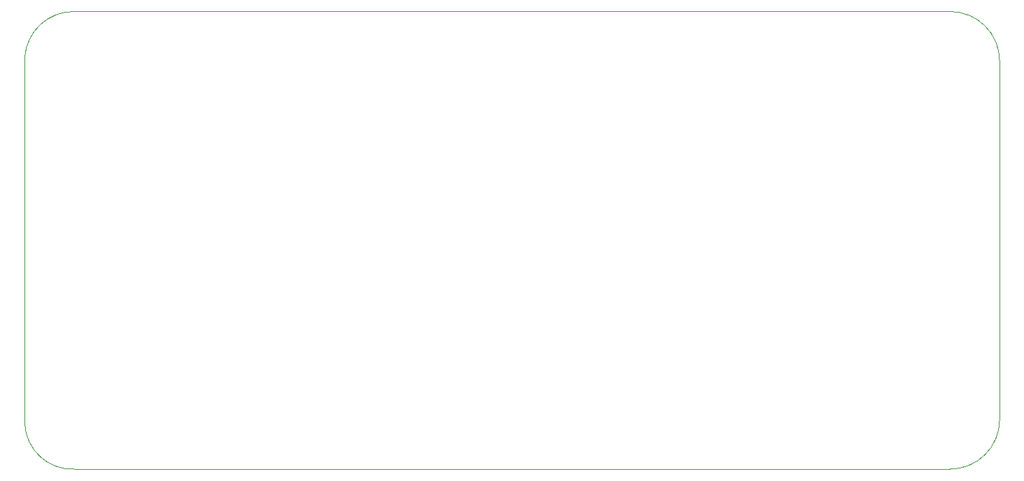
<source format=gbr>
%TF.GenerationSoftware,KiCad,Pcbnew,9.0.0*%
%TF.CreationDate,2025-03-02T18:11:33+05:30*%
%TF.ProjectId,PWM Interface Board to C2000 MCU,50574d20-496e-4746-9572-666163652042,rev?*%
%TF.SameCoordinates,Original*%
%TF.FileFunction,Profile,NP*%
%FSLAX46Y46*%
G04 Gerber Fmt 4.6, Leading zero omitted, Abs format (unit mm)*
G04 Created by KiCad (PCBNEW 9.0.0) date 2025-03-02 18:11:33*
%MOMM*%
%LPD*%
G01*
G04 APERTURE LIST*
%TA.AperFunction,Profile*%
%ADD10C,0.100000*%
%TD*%
G04 APERTURE END LIST*
D10*
X128625000Y-18187500D02*
G75*
G02*
X134625000Y-24187500I0J-6000000D01*
G01*
X134625000Y-24187500D02*
X134625000Y-67687500D01*
X16625000Y-68187500D02*
X16625000Y-23687500D01*
X22625000Y-73687500D02*
G75*
G02*
X16625003Y-68187500I-245450J5754960D01*
G01*
X134625000Y-67687500D02*
G75*
G02*
X128625000Y-73687500I-6000000J0D01*
G01*
X16625000Y-23687500D02*
G75*
G02*
X22625000Y-18187493I5919150J-434520D01*
G01*
X22625000Y-18187500D02*
X128625000Y-18187500D01*
X128625000Y-73687500D02*
X22625000Y-73687500D01*
M02*

</source>
